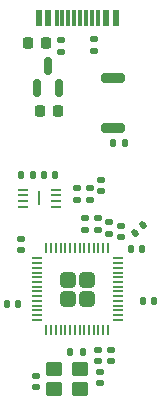
<source format=gbr>
%TF.GenerationSoftware,KiCad,Pcbnew,9.0.5*%
%TF.CreationDate,2025-11-18T21:13:20-05:00*%
%TF.ProjectId,JayBoard,4a617942-6f61-4726-942e-6b696361645f,rev?*%
%TF.SameCoordinates,Original*%
%TF.FileFunction,Paste,Top*%
%TF.FilePolarity,Positive*%
%FSLAX46Y46*%
G04 Gerber Fmt 4.6, Leading zero omitted, Abs format (unit mm)*
G04 Created by KiCad (PCBNEW 9.0.5) date 2025-11-18 21:13:20*
%MOMM*%
%LPD*%
G01*
G04 APERTURE LIST*
G04 Aperture macros list*
%AMRoundRect*
0 Rectangle with rounded corners*
0 $1 Rounding radius*
0 $2 $3 $4 $5 $6 $7 $8 $9 X,Y pos of 4 corners*
0 Add a 4 corners polygon primitive as box body*
4,1,4,$2,$3,$4,$5,$6,$7,$8,$9,$2,$3,0*
0 Add four circle primitives for the rounded corners*
1,1,$1+$1,$2,$3*
1,1,$1+$1,$4,$5*
1,1,$1+$1,$6,$7*
1,1,$1+$1,$8,$9*
0 Add four rect primitives between the rounded corners*
20,1,$1+$1,$2,$3,$4,$5,0*
20,1,$1+$1,$4,$5,$6,$7,0*
20,1,$1+$1,$6,$7,$8,$9,0*
20,1,$1+$1,$8,$9,$2,$3,0*%
G04 Aperture macros list end*
%ADD10RoundRect,0.050000X-0.050000X-0.387500X0.050000X-0.387500X0.050000X0.387500X-0.050000X0.387500X0*%
%ADD11RoundRect,0.050000X-0.387500X-0.050000X0.387500X-0.050000X0.387500X0.050000X-0.387500X0.050000X0*%
%ADD12RoundRect,0.249999X-0.395001X-0.395001X0.395001X-0.395001X0.395001X0.395001X-0.395001X0.395001X0*%
%ADD13RoundRect,0.140000X0.170000X-0.140000X0.170000X0.140000X-0.170000X0.140000X-0.170000X-0.140000X0*%
%ADD14RoundRect,0.225000X0.225000X0.250000X-0.225000X0.250000X-0.225000X-0.250000X0.225000X-0.250000X0*%
%ADD15R,0.600000X1.450000*%
%ADD16R,0.300000X1.450000*%
%ADD17RoundRect,0.135000X-0.185000X0.135000X-0.185000X-0.135000X0.185000X-0.135000X0.185000X0.135000X0*%
%ADD18RoundRect,0.135000X0.135000X0.185000X-0.135000X0.185000X-0.135000X-0.185000X0.135000X-0.185000X0*%
%ADD19RoundRect,0.200000X-0.800000X0.200000X-0.800000X-0.200000X0.800000X-0.200000X0.800000X0.200000X0*%
%ADD20RoundRect,0.140000X-0.170000X0.140000X-0.170000X-0.140000X0.170000X-0.140000X0.170000X0.140000X0*%
%ADD21RoundRect,0.135000X-0.135000X-0.185000X0.135000X-0.185000X0.135000X0.185000X-0.135000X0.185000X0*%
%ADD22RoundRect,0.140000X0.021213X-0.219203X0.219203X-0.021213X-0.021213X0.219203X-0.219203X0.021213X0*%
%ADD23RoundRect,0.250000X0.450000X0.350000X-0.450000X0.350000X-0.450000X-0.350000X0.450000X-0.350000X0*%
%ADD24RoundRect,0.040000X-0.040000X-0.605000X0.040000X-0.605000X0.040000X0.605000X-0.040000X0.605000X0*%
%ADD25RoundRect,0.062500X-0.387500X-0.062500X0.387500X-0.062500X0.387500X0.062500X-0.387500X0.062500X0*%
%ADD26RoundRect,0.140000X0.140000X0.170000X-0.140000X0.170000X-0.140000X-0.170000X0.140000X-0.170000X0*%
%ADD27RoundRect,0.150000X0.150000X-0.587500X0.150000X0.587500X-0.150000X0.587500X-0.150000X-0.587500X0*%
%ADD28RoundRect,0.140000X-0.140000X-0.170000X0.140000X-0.170000X0.140000X0.170000X-0.140000X0.170000X0*%
G04 APERTURE END LIST*
D10*
%TO.C,U1*%
X228220000Y-92002500D03*
X228620000Y-92002500D03*
X229020000Y-92002500D03*
X229420000Y-92002500D03*
X229820000Y-92002500D03*
X230220000Y-92002500D03*
X230620000Y-92002500D03*
X231020000Y-92002500D03*
X231420000Y-92002500D03*
X231820000Y-92002500D03*
X232220000Y-92002500D03*
X232620000Y-92002500D03*
X233020000Y-92002500D03*
X233420000Y-92002500D03*
D11*
X234257500Y-92840000D03*
X234257500Y-93240000D03*
X234257500Y-93640000D03*
X234257500Y-94040000D03*
X234257500Y-94440000D03*
X234257500Y-94840000D03*
X234257500Y-95240000D03*
X234257500Y-95640000D03*
X234257500Y-96040000D03*
X234257500Y-96440000D03*
X234257500Y-96840000D03*
X234257500Y-97240000D03*
X234257500Y-97640000D03*
X234257500Y-98040000D03*
D10*
X233420000Y-98877500D03*
X233020000Y-98877500D03*
X232620000Y-98877500D03*
X232220000Y-98877500D03*
X231820000Y-98877500D03*
X231420000Y-98877500D03*
X231020000Y-98877500D03*
X230620000Y-98877500D03*
X230220000Y-98877500D03*
X229820000Y-98877500D03*
X229420000Y-98877500D03*
X229020000Y-98877500D03*
X228620000Y-98877500D03*
X228220000Y-98877500D03*
D11*
X227382500Y-98040000D03*
X227382500Y-97640000D03*
X227382500Y-97240000D03*
X227382500Y-96840000D03*
X227382500Y-96440000D03*
X227382500Y-96040000D03*
X227382500Y-95640000D03*
X227382500Y-95240000D03*
X227382500Y-94840000D03*
X227382500Y-94440000D03*
X227382500Y-94040000D03*
X227382500Y-93640000D03*
X227382500Y-93240000D03*
X227382500Y-92840000D03*
D12*
X231620000Y-96240000D03*
X231620000Y-94640000D03*
X230020000Y-96240000D03*
X230020000Y-94640000D03*
%TD*%
D13*
%TO.C,C4*%
X226060000Y-92140000D03*
X226060000Y-91180000D03*
%TD*%
D14*
%TO.C,C13*%
X228185000Y-74620000D03*
X226635000Y-74620000D03*
%TD*%
D13*
%TO.C,C5*%
X234520000Y-91070000D03*
X234520000Y-90110000D03*
%TD*%
%TO.C,C6*%
X231870000Y-87870000D03*
X231870000Y-86910000D03*
%TD*%
D15*
%TO.C,J1*%
X234070000Y-72485000D03*
X233270000Y-72485000D03*
D16*
X232070000Y-72485000D03*
X231070000Y-72485000D03*
X230570000Y-72485000D03*
X229570000Y-72485000D03*
D15*
X228370000Y-72485000D03*
X227570000Y-72485000D03*
X227570000Y-72485000D03*
X228370000Y-72485000D03*
D16*
X229070000Y-72485000D03*
X230070000Y-72485000D03*
X231570000Y-72485000D03*
X232570000Y-72485000D03*
D15*
X233270000Y-72485000D03*
X234070000Y-72485000D03*
%TD*%
D17*
%TO.C,R3*%
X231495000Y-89420000D03*
X231495000Y-90440000D03*
%TD*%
%TO.C,R2*%
X232210000Y-74250000D03*
X232210000Y-75270000D03*
%TD*%
D14*
%TO.C,C14*%
X229195000Y-80390000D03*
X227645000Y-80390000D03*
%TD*%
D18*
%TO.C,R5*%
X231270000Y-100750000D03*
X230250000Y-100750000D03*
%TD*%
D19*
%TO.C,SW1*%
X233870000Y-77590000D03*
X233870000Y-81790000D03*
%TD*%
D20*
%TO.C,C10*%
X233660000Y-100600000D03*
X233660000Y-101560000D03*
%TD*%
D13*
%TO.C,C11*%
X233545000Y-90740000D03*
X233545000Y-89780000D03*
%TD*%
D21*
%TO.C,R6*%
X233835000Y-83090000D03*
X234855000Y-83090000D03*
%TD*%
D20*
%TO.C,C15*%
X227320000Y-102760000D03*
X227320000Y-103720000D03*
%TD*%
D21*
%TO.C,R7*%
X226030000Y-85810000D03*
X227050000Y-85810000D03*
%TD*%
D13*
%TO.C,C7*%
X232830000Y-87130000D03*
X232830000Y-86170000D03*
%TD*%
D22*
%TO.C,C1*%
X235680589Y-90704411D03*
X236359411Y-90025589D03*
%TD*%
D23*
%TO.C,Y1*%
X231070000Y-102220000D03*
X228870000Y-102220000D03*
X228870000Y-103920000D03*
X231070000Y-103920000D03*
%TD*%
D20*
%TO.C,C2*%
X232620000Y-100590000D03*
X232620000Y-101550000D03*
%TD*%
D24*
%TO.C,U4*%
X227620000Y-87765000D03*
D25*
X226195000Y-87015000D03*
X226195000Y-87515000D03*
X226195000Y-88015000D03*
X226195000Y-88515000D03*
X229045000Y-88515000D03*
X229045000Y-88015000D03*
X229045000Y-87515000D03*
X229045000Y-87015000D03*
%TD*%
D26*
%TO.C,C3*%
X225850000Y-96670000D03*
X224890000Y-96670000D03*
%TD*%
D27*
%TO.C,U2*%
X227420000Y-78427500D03*
X229320000Y-78427500D03*
X228370000Y-76552500D03*
%TD*%
D26*
%TO.C,C17*%
X228950000Y-85790000D03*
X227990000Y-85790000D03*
%TD*%
D17*
%TO.C,R4*%
X232545000Y-89420000D03*
X232545000Y-90440000D03*
%TD*%
D28*
%TO.C,C8*%
X235370000Y-92015000D03*
X236330000Y-92015000D03*
%TD*%
D13*
%TO.C,C12*%
X230845000Y-87865000D03*
X230845000Y-86905000D03*
%TD*%
D17*
%TO.C,R1*%
X229470000Y-74320000D03*
X229470000Y-75340000D03*
%TD*%
D28*
%TO.C,C9*%
X236360000Y-96420000D03*
X237320000Y-96420000D03*
%TD*%
D13*
%TO.C,C16*%
X232745000Y-103420000D03*
X232745000Y-102460000D03*
%TD*%
M02*

</source>
